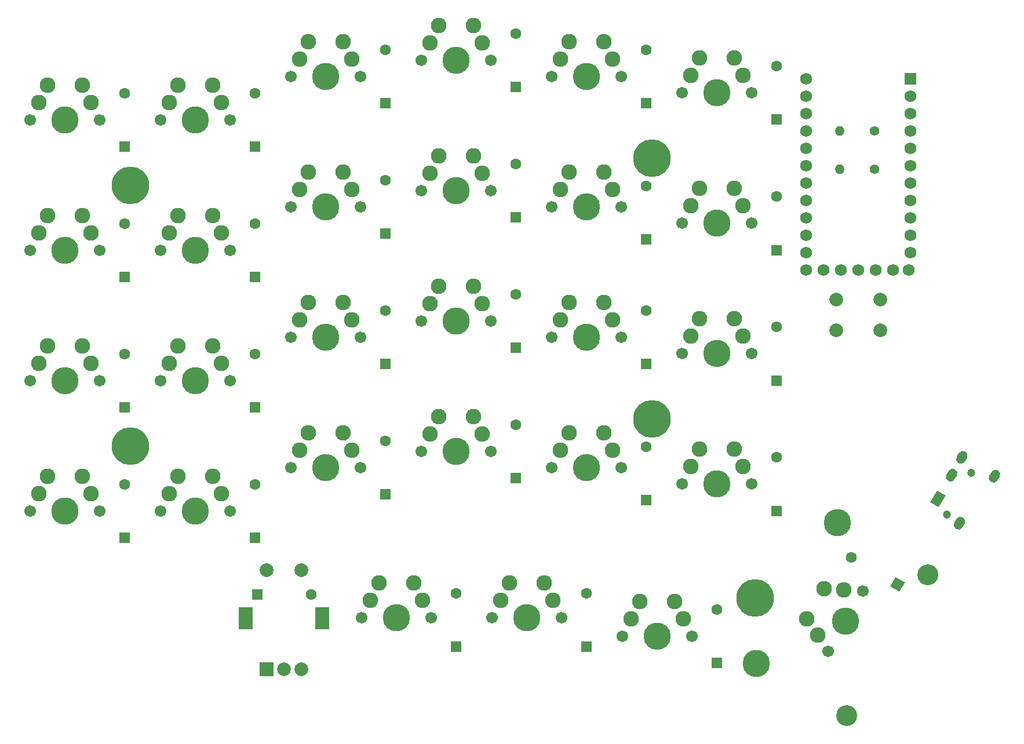
<source format=gbr>
%TF.GenerationSoftware,KiCad,Pcbnew,(5.1.9-0-10_14)*%
%TF.CreationDate,2021-04-25T18:40:37-05:00*%
%TF.ProjectId,wren-plain,7772656e-2d70-46c6-9169-6e2e6b696361,rev?*%
%TF.SameCoordinates,Original*%
%TF.FileFunction,Soldermask,Top*%
%TF.FilePolarity,Negative*%
%FSLAX46Y46*%
G04 Gerber Fmt 4.6, Leading zero omitted, Abs format (unit mm)*
G04 Created by KiCad (PCBNEW (5.1.9-0-10_14)) date 2021-04-25 18:40:37*
%MOMM*%
%LPD*%
G01*
G04 APERTURE LIST*
%ADD10C,1.701800*%
%ADD11C,2.286000*%
%ADD12C,3.987800*%
%ADD13C,3.048000*%
%ADD14C,1.752600*%
%ADD15R,1.752600X1.752600*%
%ADD16C,1.600000*%
%ADD17R,1.600000X1.600000*%
%ADD18C,5.500000*%
%ADD19O,1.400000X1.400000*%
%ADD20C,1.400000*%
%ADD21C,0.100000*%
%ADD22C,2.000000*%
%ADD23R,2.000000X3.200000*%
%ADD24R,2.000000X2.000000*%
%ADD25C,1.200000*%
G04 APERTURE END LIST*
D10*
%TO.C,MX6*%
X120332500Y-36512500D03*
X130492500Y-36512500D03*
D11*
X121602500Y-33972500D03*
D12*
X125412500Y-36512500D03*
D11*
X127952500Y-31432500D03*
X122872500Y-31432500D03*
X129222500Y-33972500D03*
%TD*%
D10*
%TO.C,MX36*%
X120332500Y-93662500D03*
X130492500Y-93662500D03*
D11*
X121602500Y-91122500D03*
D12*
X125412500Y-93662500D03*
D11*
X127952500Y-88582500D03*
X122872500Y-88582500D03*
X129222500Y-91122500D03*
%TD*%
D13*
%TO.C,REF\u002A\u002A*%
X251483187Y-102946548D03*
X239583187Y-123557952D03*
D12*
X238284960Y-95326548D03*
X226384960Y-115937952D03*
%TD*%
D10*
%TO.C,MX41*%
X236944000Y-114159159D03*
X242024000Y-105360341D03*
D11*
X235379295Y-111789307D03*
D12*
X239484000Y-109759750D03*
D11*
X236354591Y-105020045D03*
X233814591Y-109419455D03*
X239189295Y-105190193D03*
%TD*%
D10*
%TO.C,MX15*%
X139382500Y-55562500D03*
X149542500Y-55562500D03*
D11*
X140652500Y-53022500D03*
D12*
X144462500Y-55562500D03*
D11*
X147002500Y-50482500D03*
X141922500Y-50482500D03*
X148272500Y-53022500D03*
%TD*%
D10*
%TO.C,MX44*%
X168745000Y-109251750D03*
X178905000Y-109251750D03*
D11*
X170015000Y-106711750D03*
D12*
X173825000Y-109251750D03*
D11*
X176365000Y-104171750D03*
X171285000Y-104171750D03*
X177635000Y-106711750D03*
%TD*%
D10*
%TO.C,MX43*%
X187795000Y-109251750D03*
X197955000Y-109251750D03*
D11*
X189065000Y-106711750D03*
D12*
X192875000Y-109251750D03*
D11*
X195415000Y-104171750D03*
X190335000Y-104171750D03*
X196685000Y-106711750D03*
%TD*%
D10*
%TO.C,MX42*%
X206845000Y-111918750D03*
X217005000Y-111918750D03*
D11*
X208115000Y-109378750D03*
D12*
X211925000Y-111918750D03*
D11*
X214465000Y-106838750D03*
X209385000Y-106838750D03*
X215735000Y-109378750D03*
%TD*%
D10*
%TO.C,MX35*%
X139382500Y-93662500D03*
X149542500Y-93662500D03*
D11*
X140652500Y-91122500D03*
D12*
X144462500Y-93662500D03*
D11*
X147002500Y-88582500D03*
X141922500Y-88582500D03*
X148272500Y-91122500D03*
%TD*%
D10*
%TO.C,MX34*%
X158432500Y-87312500D03*
X168592500Y-87312500D03*
D11*
X159702500Y-84772500D03*
D12*
X163512500Y-87312500D03*
D11*
X166052500Y-82232500D03*
X160972500Y-82232500D03*
X167322500Y-84772500D03*
%TD*%
D10*
%TO.C,MX33*%
X177482500Y-84931250D03*
X187642500Y-84931250D03*
D11*
X178752500Y-82391250D03*
D12*
X182562500Y-84931250D03*
D11*
X185102500Y-79851250D03*
X180022500Y-79851250D03*
X186372500Y-82391250D03*
%TD*%
D10*
%TO.C,MX32*%
X196532500Y-87312500D03*
X206692500Y-87312500D03*
D11*
X197802500Y-84772500D03*
D12*
X201612500Y-87312500D03*
D11*
X204152500Y-82232500D03*
X199072500Y-82232500D03*
X205422500Y-84772500D03*
%TD*%
D10*
%TO.C,MX31*%
X215582500Y-89693750D03*
X225742500Y-89693750D03*
D11*
X216852500Y-87153750D03*
D12*
X220662500Y-89693750D03*
D11*
X223202500Y-84613750D03*
X218122500Y-84613750D03*
X224472500Y-87153750D03*
%TD*%
D10*
%TO.C,MX26*%
X120332500Y-74612500D03*
X130492500Y-74612500D03*
D11*
X121602500Y-72072500D03*
D12*
X125412500Y-74612500D03*
D11*
X127952500Y-69532500D03*
X122872500Y-69532500D03*
X129222500Y-72072500D03*
%TD*%
D10*
%TO.C,MX25*%
X139382500Y-74612500D03*
X149542500Y-74612500D03*
D11*
X140652500Y-72072500D03*
D12*
X144462500Y-74612500D03*
D11*
X147002500Y-69532500D03*
X141922500Y-69532500D03*
X148272500Y-72072500D03*
%TD*%
D10*
%TO.C,MX24*%
X158432500Y-68262500D03*
X168592500Y-68262500D03*
D11*
X159702500Y-65722500D03*
D12*
X163512500Y-68262500D03*
D11*
X166052500Y-63182500D03*
X160972500Y-63182500D03*
X167322500Y-65722500D03*
%TD*%
D10*
%TO.C,MX23*%
X177482500Y-65881250D03*
X187642500Y-65881250D03*
D11*
X178752500Y-63341250D03*
D12*
X182562500Y-65881250D03*
D11*
X185102500Y-60801250D03*
X180022500Y-60801250D03*
X186372500Y-63341250D03*
%TD*%
D10*
%TO.C,MX22*%
X196532500Y-68262500D03*
X206692500Y-68262500D03*
D11*
X197802500Y-65722500D03*
D12*
X201612500Y-68262500D03*
D11*
X204152500Y-63182500D03*
X199072500Y-63182500D03*
X205422500Y-65722500D03*
%TD*%
D10*
%TO.C,MX21*%
X215582500Y-70643750D03*
X225742500Y-70643750D03*
D11*
X216852500Y-68103750D03*
D12*
X220662500Y-70643750D03*
D11*
X223202500Y-65563750D03*
X218122500Y-65563750D03*
X224472500Y-68103750D03*
%TD*%
D10*
%TO.C,MX16*%
X120332500Y-55562500D03*
X130492500Y-55562500D03*
D11*
X121602500Y-53022500D03*
D12*
X125412500Y-55562500D03*
D11*
X127952500Y-50482500D03*
X122872500Y-50482500D03*
X129222500Y-53022500D03*
%TD*%
D10*
%TO.C,MX14*%
X158432500Y-49212500D03*
X168592500Y-49212500D03*
D11*
X159702500Y-46672500D03*
D12*
X163512500Y-49212500D03*
D11*
X166052500Y-44132500D03*
X160972500Y-44132500D03*
X167322500Y-46672500D03*
%TD*%
D10*
%TO.C,MX13*%
X177482500Y-46831250D03*
X187642500Y-46831250D03*
D11*
X178752500Y-44291250D03*
D12*
X182562500Y-46831250D03*
D11*
X185102500Y-41751250D03*
X180022500Y-41751250D03*
X186372500Y-44291250D03*
%TD*%
D10*
%TO.C,MX12*%
X196532500Y-49212500D03*
X206692500Y-49212500D03*
D11*
X197802500Y-46672500D03*
D12*
X201612500Y-49212500D03*
D11*
X204152500Y-44132500D03*
X199072500Y-44132500D03*
X205422500Y-46672500D03*
%TD*%
D10*
%TO.C,MX11*%
X215582500Y-51593750D03*
X225742500Y-51593750D03*
D11*
X216852500Y-49053750D03*
D12*
X220662500Y-51593750D03*
D11*
X223202500Y-46513750D03*
X218122500Y-46513750D03*
X224472500Y-49053750D03*
%TD*%
D10*
%TO.C,MX5*%
X139382500Y-36512500D03*
X149542500Y-36512500D03*
D11*
X140652500Y-33972500D03*
D12*
X144462500Y-36512500D03*
D11*
X147002500Y-31432500D03*
X141922500Y-31432500D03*
X148272500Y-33972500D03*
%TD*%
D10*
%TO.C,MX4*%
X158432500Y-30162500D03*
X168592500Y-30162500D03*
D11*
X159702500Y-27622500D03*
D12*
X163512500Y-30162500D03*
D11*
X166052500Y-25082500D03*
X160972500Y-25082500D03*
X167322500Y-27622500D03*
%TD*%
D10*
%TO.C,MX3*%
X177482500Y-27781250D03*
X187642500Y-27781250D03*
D11*
X178752500Y-25241250D03*
D12*
X182562500Y-27781250D03*
D11*
X185102500Y-22701250D03*
X180022500Y-22701250D03*
X186372500Y-25241250D03*
%TD*%
D10*
%TO.C,MX2*%
X196532500Y-30162500D03*
X206692500Y-30162500D03*
D11*
X197802500Y-27622500D03*
D12*
X201612500Y-30162500D03*
D11*
X204152500Y-25082500D03*
X199072500Y-25082500D03*
X205422500Y-27622500D03*
%TD*%
D10*
%TO.C,MX1*%
X215582500Y-32543750D03*
X225742500Y-32543750D03*
D11*
X216852500Y-30003750D03*
D12*
X220662500Y-32543750D03*
D11*
X223202500Y-27463750D03*
X218122500Y-27463750D03*
X224472500Y-30003750D03*
%TD*%
D14*
%TO.C,U1*%
X246380000Y-58420000D03*
X243840000Y-58420000D03*
X241300000Y-58420000D03*
X238760000Y-58420000D03*
X236220000Y-58420000D03*
X233680000Y-30480000D03*
X248691400Y-58420000D03*
X233680000Y-33020000D03*
X233680000Y-35560000D03*
X233680000Y-38100000D03*
X233680000Y-40640000D03*
X233680000Y-43180000D03*
X233680000Y-45720000D03*
X233680000Y-48260000D03*
X233680000Y-50800000D03*
X233680000Y-53340000D03*
X233680000Y-55880000D03*
X233680000Y-58420000D03*
X248920000Y-55880000D03*
X248920000Y-53340000D03*
X248920000Y-50800000D03*
X248920000Y-48260000D03*
X248920000Y-45720000D03*
X248920000Y-43180000D03*
X248920000Y-40640000D03*
X248920000Y-38100000D03*
X248920000Y-35560000D03*
X248920000Y-33020000D03*
D15*
X248920000Y-30480000D03*
%TD*%
D16*
%TO.C,D43*%
X201609500Y-105637500D03*
D17*
X201609500Y-113437500D03*
%TD*%
D18*
%TO.C,H5*%
X134937500Y-84137500D03*
%TD*%
%TO.C,H4*%
X226212500Y-106362500D03*
%TD*%
%TO.C,H3*%
X211137500Y-42068750D03*
%TD*%
%TO.C,H2*%
X134937500Y-46037500D03*
%TD*%
%TO.C,H1*%
X211131250Y-80168750D03*
%TD*%
D19*
%TO.C,R2*%
X238585000Y-43656250D03*
D20*
X243665000Y-43656250D03*
%TD*%
D19*
%TO.C,R1*%
X238585000Y-38100000D03*
D20*
X243665000Y-38100000D03*
%TD*%
D16*
%TO.C,D45*%
X161342000Y-105822750D03*
D17*
X153542000Y-105822750D03*
%TD*%
D16*
%TO.C,D44*%
X182562500Y-105637500D03*
D17*
X182562500Y-113437500D03*
%TD*%
D16*
%TO.C,D42*%
X220653500Y-108018750D03*
D17*
X220653500Y-115818750D03*
%TD*%
D16*
%TO.C,D41*%
X240290501Y-100443750D03*
D21*
G36*
X248138319Y-104050930D02*
G01*
X247338319Y-105436570D01*
X245952679Y-104636570D01*
X246752679Y-103250930D01*
X248138319Y-104050930D01*
G37*
%TD*%
D16*
%TO.C,D36*%
X134162000Y-89762500D03*
D17*
X134162000Y-97562500D03*
%TD*%
D16*
%TO.C,D35*%
X153206000Y-89762500D03*
D17*
X153206000Y-97562500D03*
%TD*%
D16*
%TO.C,D34*%
X172250000Y-83412500D03*
D17*
X172250000Y-91212500D03*
%TD*%
D16*
%TO.C,D33*%
X191294000Y-81031250D03*
D17*
X191294000Y-88831250D03*
%TD*%
D16*
%TO.C,D32*%
X210338000Y-84206250D03*
D17*
X210338000Y-92006250D03*
%TD*%
D16*
%TO.C,D31*%
X229382000Y-85793750D03*
D17*
X229382000Y-93593750D03*
%TD*%
D16*
%TO.C,D26*%
X134162000Y-70712500D03*
D17*
X134162000Y-78512500D03*
%TD*%
D16*
%TO.C,D25*%
X153206000Y-70712500D03*
D17*
X153206000Y-78512500D03*
%TD*%
D16*
%TO.C,D24*%
X172250000Y-64362500D03*
D17*
X172250000Y-72162500D03*
%TD*%
D16*
%TO.C,D23*%
X191294000Y-61981250D03*
D17*
X191294000Y-69781250D03*
%TD*%
D16*
%TO.C,D22*%
X210338000Y-64362500D03*
D17*
X210338000Y-72162500D03*
%TD*%
D16*
%TO.C,D21*%
X229382000Y-66743750D03*
D17*
X229382000Y-74543750D03*
%TD*%
D16*
%TO.C,D16*%
X134162000Y-51662500D03*
D17*
X134162000Y-59462500D03*
%TD*%
D16*
%TO.C,D15*%
X153206000Y-51662500D03*
D17*
X153206000Y-59462500D03*
%TD*%
D16*
%TO.C,D14*%
X172250000Y-45312500D03*
D17*
X172250000Y-53112500D03*
%TD*%
D16*
%TO.C,D13*%
X191294000Y-42931250D03*
D17*
X191294000Y-50731250D03*
%TD*%
D16*
%TO.C,D12*%
X210338000Y-46106250D03*
D17*
X210338000Y-53906250D03*
%TD*%
D16*
%TO.C,D11*%
X229382000Y-47693750D03*
D17*
X229382000Y-55493750D03*
%TD*%
D16*
%TO.C,D6*%
X134162000Y-32612500D03*
D17*
X134162000Y-40412500D03*
%TD*%
D16*
%TO.C,D5*%
X153206000Y-32612500D03*
D17*
X153206000Y-40412500D03*
%TD*%
D16*
%TO.C,D4*%
X172250000Y-26262500D03*
D17*
X172250000Y-34062500D03*
%TD*%
D16*
%TO.C,D3*%
X191294000Y-23881250D03*
D17*
X191294000Y-31681250D03*
%TD*%
D16*
%TO.C,D2*%
X210338000Y-26262500D03*
D17*
X210338000Y-34062500D03*
%TD*%
D16*
%TO.C,D1*%
X229382000Y-28581250D03*
D17*
X229382000Y-36381250D03*
%TD*%
D22*
%TO.C,ENC1*%
X159902000Y-102266750D03*
X154902000Y-102266750D03*
D23*
X163002000Y-109266750D03*
X151802000Y-109266750D03*
D22*
X159902000Y-116766750D03*
X157402000Y-116766750D03*
D24*
X154902000Y-116766750D03*
%TD*%
D22*
%TO.C,SW0*%
X244561500Y-62706250D03*
X244561500Y-67206250D03*
X238061500Y-62706250D03*
X238061500Y-67206250D03*
%TD*%
D25*
%TO.C,J1*%
X254287858Y-94128583D03*
X257787858Y-88066405D03*
G36*
G01*
X256946000Y-84924546D02*
X256946000Y-84924546D01*
G75*
G02*
X257202218Y-85880764I-350000J-606218D01*
G01*
X256902218Y-86400380D01*
G75*
G02*
X255946000Y-86656598I-606218J350000D01*
G01*
X255946000Y-86656598D01*
G75*
G02*
X255689782Y-85700380I350000J606218D01*
G01*
X255989782Y-85180764D01*
G75*
G02*
X256946000Y-84924546I606218J-350000D01*
G01*
G37*
G36*
G01*
X255446000Y-87522622D02*
X255446000Y-87522622D01*
G75*
G02*
X255702218Y-88478840I-350000J-606218D01*
G01*
X255402218Y-88998456D01*
G75*
G02*
X254446000Y-89254674I-606218J350000D01*
G01*
X254446000Y-89254674D01*
G75*
G02*
X254189782Y-88298456I350000J606218D01*
G01*
X254489782Y-87778840D01*
G75*
G02*
X255446000Y-87522622I606218J-350000D01*
G01*
G37*
D21*
G36*
X252839782Y-90636725D02*
G01*
X254052218Y-91336725D01*
X253052218Y-93068775D01*
X251839782Y-92368775D01*
X252839782Y-90636725D01*
G37*
G36*
G01*
X256593114Y-94535762D02*
X256593114Y-94535762D01*
G75*
G02*
X256849332Y-95491980I-350000J-606218D01*
G01*
X256549332Y-96011596D01*
G75*
G02*
X255593114Y-96267814I-606218J350000D01*
G01*
X255593114Y-96267814D01*
G75*
G02*
X255336896Y-95311596I350000J606218D01*
G01*
X255636896Y-94791980D01*
G75*
G02*
X256593114Y-94535762I606218J-350000D01*
G01*
G37*
G36*
G01*
X261709140Y-87674546D02*
X261709140Y-87674546D01*
G75*
G02*
X261965358Y-88630764I-350000J-606218D01*
G01*
X261665358Y-89150380D01*
G75*
G02*
X260709140Y-89406598I-606218J350000D01*
G01*
X260709140Y-89406598D01*
G75*
G02*
X260452922Y-88450380I350000J606218D01*
G01*
X260752922Y-87930764D01*
G75*
G02*
X261709140Y-87674546I606218J-350000D01*
G01*
G37*
%TD*%
M02*

</source>
